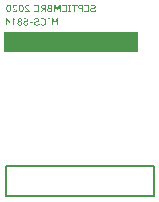
<source format=gbo>
G04 Layer_Color=32896*
%FSLAX24Y24*%
%MOIN*%
G70*
G01*
G75*
%ADD18C,0.0050*%
%ADD25R,0.4490X0.0700*%
G36*
X1634Y6250D02*
X1603D01*
Y6344D01*
X1559D01*
X1480Y6250D01*
X1439D01*
X1528Y6353D01*
X1520Y6356D01*
X1513Y6360D01*
X1507Y6365D01*
X1502Y6369D01*
X1498Y6373D01*
X1495Y6376D01*
X1493Y6378D01*
X1493Y6378D01*
Y6378D01*
X1488Y6385D01*
X1485Y6392D01*
X1483Y6400D01*
X1481Y6406D01*
X1480Y6412D01*
X1480Y6415D01*
Y6417D01*
X1480Y6419D01*
Y6420D01*
Y6421D01*
Y6421D01*
X1480Y6428D01*
X1481Y6434D01*
X1482Y6439D01*
X1483Y6444D01*
X1485Y6447D01*
X1486Y6450D01*
X1487Y6451D01*
X1487Y6452D01*
X1490Y6456D01*
X1493Y6460D01*
X1496Y6464D01*
X1500Y6467D01*
X1503Y6469D01*
X1505Y6471D01*
X1506Y6472D01*
X1507Y6472D01*
X1511Y6475D01*
X1516Y6477D01*
X1520Y6479D01*
X1524Y6480D01*
X1528Y6481D01*
X1530Y6482D01*
X1532Y6482D01*
X1533D01*
X1538Y6483D01*
X1544Y6484D01*
X1550Y6484D01*
X1556Y6485D01*
X1561Y6485D01*
X1634D01*
Y6250D01*
D02*
G37*
G36*
X1856D02*
X1773D01*
X1764Y6250D01*
X1756Y6251D01*
X1749Y6251D01*
X1743Y6252D01*
X1738Y6253D01*
X1735Y6254D01*
X1733Y6254D01*
X1732D01*
X1726Y6256D01*
X1721Y6258D01*
X1716Y6261D01*
X1711Y6263D01*
X1708Y6266D01*
X1705Y6267D01*
X1704Y6269D01*
X1703Y6269D01*
X1699Y6273D01*
X1695Y6276D01*
X1693Y6280D01*
X1690Y6283D01*
X1688Y6286D01*
X1686Y6289D01*
X1686Y6290D01*
X1685Y6291D01*
X1683Y6296D01*
X1681Y6302D01*
X1680Y6307D01*
X1679Y6312D01*
X1679Y6316D01*
X1678Y6319D01*
Y6321D01*
Y6322D01*
Y6322D01*
X1679Y6331D01*
X1681Y6339D01*
X1683Y6346D01*
X1685Y6352D01*
X1688Y6356D01*
X1690Y6360D01*
X1691Y6362D01*
X1692Y6362D01*
X1698Y6368D01*
X1704Y6373D01*
X1710Y6376D01*
X1716Y6379D01*
X1721Y6381D01*
X1726Y6382D01*
X1728Y6383D01*
X1729Y6383D01*
X1729Y6384D01*
X1730D01*
Y6385D01*
X1725Y6388D01*
X1720Y6391D01*
X1716Y6394D01*
X1713Y6397D01*
X1710Y6400D01*
X1709Y6402D01*
X1708Y6403D01*
X1707Y6404D01*
X1704Y6408D01*
X1702Y6413D01*
X1701Y6418D01*
X1699Y6423D01*
X1699Y6427D01*
X1698Y6429D01*
Y6432D01*
Y6432D01*
X1699Y6437D01*
X1699Y6443D01*
X1700Y6447D01*
X1701Y6451D01*
X1703Y6453D01*
X1704Y6456D01*
X1704Y6457D01*
X1705Y6457D01*
X1707Y6461D01*
X1710Y6465D01*
X1713Y6468D01*
X1716Y6471D01*
X1719Y6472D01*
X1721Y6474D01*
X1722Y6475D01*
X1723Y6475D01*
X1728Y6478D01*
X1732Y6479D01*
X1736Y6480D01*
X1740Y6482D01*
X1743Y6482D01*
X1746Y6483D01*
X1747Y6483D01*
X1748D01*
X1753Y6484D01*
X1759Y6484D01*
X1766Y6485D01*
X1772D01*
X1777Y6485D01*
X1856D01*
Y6250D01*
D02*
G37*
G36*
X620Y6490D02*
X627Y6489D01*
X633Y6488D01*
X638Y6488D01*
X643Y6487D01*
X647Y6486D01*
X648Y6486D01*
X649D01*
X650Y6485D01*
X650D01*
X657Y6483D01*
X662Y6482D01*
X668Y6480D01*
X672Y6478D01*
X675Y6477D01*
X677Y6476D01*
X679Y6475D01*
X680Y6475D01*
Y6442D01*
X678D01*
X672Y6445D01*
X666Y6448D01*
X661Y6451D01*
X656Y6453D01*
X652Y6455D01*
X649Y6456D01*
X646Y6457D01*
X646Y6457D01*
X640Y6459D01*
X634Y6460D01*
X629Y6461D01*
X624Y6462D01*
X620Y6462D01*
X617Y6463D01*
X614D01*
X607Y6462D01*
X600Y6461D01*
X594Y6459D01*
X590Y6457D01*
X586Y6455D01*
X583Y6454D01*
X582Y6452D01*
X581Y6452D01*
X577Y6448D01*
X574Y6443D01*
X571Y6439D01*
X570Y6434D01*
X569Y6430D01*
X569Y6427D01*
Y6424D01*
Y6424D01*
Y6424D01*
X569Y6416D01*
X570Y6409D01*
X572Y6403D01*
X574Y6397D01*
X576Y6393D01*
X578Y6389D01*
X579Y6388D01*
X579Y6387D01*
X580Y6387D01*
Y6386D01*
X582Y6383D01*
X585Y6379D01*
X591Y6372D01*
X598Y6364D01*
X605Y6356D01*
X611Y6350D01*
X614Y6347D01*
X617Y6344D01*
X618Y6342D01*
X620Y6341D01*
X621Y6340D01*
X621Y6340D01*
X632Y6329D01*
X638Y6325D01*
X642Y6320D01*
X646Y6317D01*
X650Y6314D01*
X652Y6312D01*
X652Y6312D01*
X653D01*
X659Y6306D01*
X665Y6301D01*
X670Y6296D01*
X675Y6292D01*
X679Y6288D01*
X682Y6286D01*
X685Y6284D01*
X685Y6283D01*
X685D01*
Y6250D01*
X527D01*
Y6277D01*
X653D01*
X641Y6287D01*
X636Y6292D01*
X630Y6297D01*
X626Y6300D01*
X622Y6303D01*
X620Y6305D01*
X620Y6306D01*
X619D01*
X613Y6312D01*
X606Y6317D01*
X601Y6323D01*
X595Y6328D01*
X591Y6332D01*
X587Y6335D01*
X585Y6337D01*
X585Y6338D01*
X580Y6342D01*
X577Y6346D01*
X573Y6350D01*
X570Y6353D01*
X568Y6355D01*
X566Y6357D01*
X565Y6358D01*
X565Y6359D01*
X559Y6366D01*
X556Y6369D01*
X554Y6372D01*
X553Y6374D01*
X551Y6376D01*
X550Y6378D01*
X550Y6378D01*
X546Y6386D01*
X544Y6390D01*
X543Y6393D01*
X542Y6396D01*
X541Y6398D01*
X540Y6400D01*
Y6400D01*
X538Y6409D01*
X537Y6413D01*
X537Y6417D01*
X537Y6420D01*
Y6423D01*
Y6424D01*
Y6425D01*
X537Y6431D01*
X537Y6436D01*
X538Y6440D01*
X540Y6445D01*
X543Y6453D01*
X547Y6460D01*
X549Y6463D01*
X551Y6465D01*
X553Y6467D01*
X554Y6469D01*
X555Y6471D01*
X557Y6472D01*
X557Y6472D01*
X557Y6472D01*
X561Y6475D01*
X566Y6478D01*
X575Y6483D01*
X584Y6486D01*
X593Y6488D01*
X597Y6488D01*
X601Y6489D01*
X605Y6490D01*
X608D01*
X610Y6490D01*
X614D01*
X620Y6490D01*
D02*
G37*
G36*
X776Y6040D02*
X782Y6040D01*
X793Y6038D01*
X798Y6037D01*
X803Y6035D01*
X807Y6033D01*
X811Y6032D01*
X814Y6030D01*
X817Y6029D01*
X820Y6027D01*
X822Y6026D01*
X824Y6025D01*
X825Y6023D01*
X825Y6023D01*
X826Y6023D01*
X830Y6019D01*
X833Y6016D01*
X836Y6012D01*
X838Y6008D01*
X840Y6005D01*
X842Y6001D01*
X845Y5994D01*
X846Y5988D01*
X847Y5985D01*
X847Y5983D01*
X847Y5981D01*
Y5979D01*
Y5979D01*
Y5978D01*
X847Y5972D01*
X846Y5966D01*
X844Y5961D01*
X843Y5957D01*
X842Y5953D01*
X840Y5951D01*
X839Y5949D01*
X839Y5949D01*
X835Y5944D01*
X830Y5940D01*
X825Y5936D01*
X821Y5933D01*
X817Y5930D01*
X813Y5928D01*
X812Y5927D01*
X811Y5927D01*
X811Y5926D01*
X810D01*
Y5925D01*
X817Y5922D01*
X824Y5918D01*
X830Y5913D01*
X834Y5909D01*
X838Y5906D01*
X840Y5903D01*
X842Y5901D01*
X842Y5900D01*
Y5900D01*
X846Y5894D01*
X849Y5888D01*
X851Y5882D01*
X852Y5876D01*
X853Y5872D01*
X853Y5868D01*
X854Y5867D01*
Y5866D01*
Y5865D01*
Y5865D01*
X853Y5859D01*
X852Y5854D01*
X851Y5849D01*
X850Y5844D01*
X846Y5835D01*
X842Y5828D01*
X840Y5825D01*
X838Y5822D01*
X836Y5820D01*
X835Y5818D01*
X833Y5816D01*
X832Y5815D01*
X831Y5815D01*
X831Y5814D01*
X827Y5811D01*
X822Y5808D01*
X817Y5805D01*
X812Y5803D01*
X802Y5799D01*
X792Y5797D01*
X788Y5796D01*
X783Y5796D01*
X780Y5795D01*
X776Y5795D01*
X774Y5795D01*
X770D01*
X764Y5795D01*
X757Y5795D01*
X746Y5798D01*
X740Y5799D01*
X736Y5801D01*
X731Y5803D01*
X727Y5805D01*
X723Y5807D01*
X720Y5808D01*
X717Y5810D01*
X715Y5811D01*
X713Y5813D01*
X712Y5814D01*
X711Y5814D01*
X710Y5815D01*
X706Y5819D01*
X702Y5823D01*
X699Y5827D01*
X697Y5831D01*
X694Y5835D01*
X692Y5840D01*
X689Y5848D01*
X688Y5855D01*
X687Y5858D01*
X687Y5860D01*
X686Y5862D01*
Y5864D01*
Y5865D01*
Y5865D01*
X687Y5873D01*
X688Y5880D01*
X690Y5886D01*
X692Y5891D01*
X695Y5895D01*
X697Y5898D01*
X698Y5900D01*
X698Y5901D01*
X703Y5906D01*
X709Y5910D01*
X714Y5914D01*
X720Y5918D01*
X724Y5920D01*
X728Y5922D01*
X730Y5923D01*
X731Y5924D01*
X732Y5924D01*
X732D01*
Y5925D01*
X725Y5928D01*
X719Y5932D01*
X714Y5936D01*
X710Y5940D01*
X707Y5944D01*
X705Y5946D01*
X703Y5948D01*
X703Y5949D01*
X700Y5955D01*
X697Y5961D01*
X695Y5966D01*
X694Y5971D01*
X693Y5975D01*
X693Y5978D01*
Y5980D01*
Y5981D01*
X693Y5985D01*
X693Y5990D01*
X694Y5994D01*
X696Y5998D01*
X699Y6006D01*
X703Y6012D01*
X707Y6017D01*
X710Y6021D01*
X712Y6022D01*
X713Y6023D01*
X713Y6023D01*
X714Y6023D01*
X718Y6026D01*
X722Y6029D01*
X732Y6033D01*
X741Y6037D01*
X750Y6038D01*
X754Y6039D01*
X758Y6040D01*
X761Y6040D01*
X764D01*
X767Y6041D01*
X770D01*
X776Y6040D01*
D02*
G37*
G36*
X1032Y6490D02*
X1038Y6489D01*
X1044Y6488D01*
X1050Y6488D01*
X1054Y6487D01*
X1058Y6486D01*
X1060Y6486D01*
X1061D01*
X1061Y6485D01*
X1061D01*
X1068Y6483D01*
X1074Y6482D01*
X1079Y6480D01*
X1083Y6478D01*
X1087Y6477D01*
X1089Y6476D01*
X1091Y6475D01*
X1091Y6475D01*
Y6442D01*
X1089D01*
X1084Y6445D01*
X1077Y6448D01*
X1072Y6451D01*
X1067Y6453D01*
X1063Y6455D01*
X1060Y6456D01*
X1058Y6457D01*
X1057Y6457D01*
X1051Y6459D01*
X1045Y6460D01*
X1040Y6461D01*
X1035Y6462D01*
X1031Y6462D01*
X1028Y6463D01*
X1026D01*
X1018Y6462D01*
X1012Y6461D01*
X1006Y6459D01*
X1001Y6457D01*
X997Y6455D01*
X994Y6454D01*
X993Y6452D01*
X992Y6452D01*
X988Y6448D01*
X985Y6443D01*
X983Y6439D01*
X981Y6434D01*
X981Y6430D01*
X980Y6427D01*
Y6424D01*
Y6424D01*
Y6424D01*
X980Y6416D01*
X982Y6409D01*
X984Y6403D01*
X985Y6397D01*
X988Y6393D01*
X989Y6389D01*
X990Y6388D01*
X991Y6387D01*
X991Y6387D01*
Y6386D01*
X993Y6383D01*
X996Y6379D01*
X1002Y6372D01*
X1009Y6364D01*
X1016Y6356D01*
X1022Y6350D01*
X1025Y6347D01*
X1028Y6344D01*
X1030Y6342D01*
X1031Y6341D01*
X1032Y6340D01*
X1033Y6340D01*
X1044Y6329D01*
X1049Y6325D01*
X1054Y6320D01*
X1058Y6317D01*
X1061Y6314D01*
X1063Y6312D01*
X1064Y6312D01*
X1064D01*
X1070Y6306D01*
X1076Y6301D01*
X1081Y6296D01*
X1087Y6292D01*
X1091Y6288D01*
X1094Y6286D01*
X1096Y6284D01*
X1096Y6283D01*
X1097D01*
Y6250D01*
X938D01*
Y6277D01*
X1064D01*
X1052Y6287D01*
X1047Y6292D01*
X1042Y6297D01*
X1037Y6300D01*
X1034Y6303D01*
X1032Y6305D01*
X1031Y6306D01*
X1031D01*
X1024Y6312D01*
X1018Y6317D01*
X1012Y6323D01*
X1006Y6328D01*
X1002Y6332D01*
X999Y6335D01*
X997Y6337D01*
X996Y6338D01*
X992Y6342D01*
X988Y6346D01*
X985Y6350D01*
X981Y6353D01*
X979Y6355D01*
X977Y6357D01*
X976Y6358D01*
X976Y6359D01*
X970Y6366D01*
X967Y6369D01*
X965Y6372D01*
X964Y6374D01*
X962Y6376D01*
X962Y6378D01*
X961Y6378D01*
X957Y6386D01*
X955Y6390D01*
X954Y6393D01*
X953Y6396D01*
X952Y6398D01*
X951Y6400D01*
Y6400D01*
X949Y6409D01*
X949Y6413D01*
X948Y6417D01*
X948Y6420D01*
Y6423D01*
Y6424D01*
Y6425D01*
X948Y6431D01*
X949Y6436D01*
X950Y6440D01*
X951Y6445D01*
X954Y6453D01*
X958Y6460D01*
X960Y6463D01*
X962Y6465D01*
X964Y6467D01*
X965Y6469D01*
X967Y6471D01*
X968Y6472D01*
X968Y6472D01*
X969Y6472D01*
X973Y6475D01*
X977Y6478D01*
X986Y6483D01*
X996Y6486D01*
X1004Y6488D01*
X1009Y6488D01*
X1013Y6489D01*
X1016Y6490D01*
X1019D01*
X1021Y6490D01*
X1025D01*
X1032Y6490D01*
D02*
G37*
G36*
X2333Y6250D02*
X2178D01*
Y6278D01*
X2302D01*
Y6365D01*
X2178D01*
Y6393D01*
X2302D01*
Y6457D01*
X2178D01*
Y6485D01*
X2333D01*
Y6250D01*
D02*
G37*
G36*
X2864D02*
X2832D01*
Y6338D01*
X2801D01*
X2792Y6338D01*
X2784Y6339D01*
X2777Y6340D01*
X2771Y6341D01*
X2766Y6342D01*
X2762Y6343D01*
X2760Y6343D01*
X2759Y6344D01*
X2753Y6346D01*
X2748Y6349D01*
X2743Y6352D01*
X2739Y6355D01*
X2735Y6358D01*
X2733Y6360D01*
X2731Y6361D01*
X2730Y6362D01*
X2727Y6365D01*
X2724Y6369D01*
X2721Y6373D01*
X2719Y6377D01*
X2717Y6380D01*
X2716Y6382D01*
X2715Y6384D01*
X2715Y6385D01*
X2713Y6390D01*
X2712Y6395D01*
X2711Y6400D01*
X2710Y6404D01*
X2710Y6408D01*
X2710Y6411D01*
Y6413D01*
Y6414D01*
X2710Y6421D01*
X2711Y6428D01*
X2712Y6434D01*
X2713Y6439D01*
X2715Y6443D01*
X2716Y6445D01*
X2717Y6447D01*
X2717Y6448D01*
X2720Y6452D01*
X2723Y6457D01*
X2727Y6461D01*
X2730Y6464D01*
X2733Y6467D01*
X2736Y6469D01*
X2737Y6470D01*
X2738Y6470D01*
X2742Y6473D01*
X2747Y6475D01*
X2751Y6477D01*
X2755Y6479D01*
X2759Y6480D01*
X2762Y6481D01*
X2763Y6482D01*
X2764D01*
X2770Y6483D01*
X2776Y6484D01*
X2782Y6484D01*
X2787Y6485D01*
X2793Y6485D01*
X2864D01*
Y6250D01*
D02*
G37*
G36*
X3068D02*
X2913D01*
Y6278D01*
X3037D01*
Y6365D01*
X2913D01*
Y6393D01*
X3037D01*
Y6457D01*
X2913D01*
Y6485D01*
X3068D01*
Y6250D01*
D02*
G37*
G36*
X2700Y6457D02*
X2616D01*
Y6250D01*
X2585D01*
Y6457D01*
X2501D01*
Y6485D01*
X2700D01*
Y6457D01*
D02*
G37*
G36*
X2128Y6250D02*
X2099D01*
Y6452D01*
X2034Y6315D01*
X2016D01*
X1950Y6452D01*
Y6250D01*
X1919D01*
Y6485D01*
X1963D01*
X2023Y6354D01*
X2086Y6485D01*
X2128D01*
Y6250D01*
D02*
G37*
G36*
X2479Y6461D02*
X2448D01*
Y6274D01*
X2479D01*
Y6250D01*
X2386D01*
Y6274D01*
X2417D01*
Y6461D01*
X2386D01*
Y6485D01*
X2479D01*
Y6461D01*
D02*
G37*
G36*
X1343Y6040D02*
X1350Y6039D01*
X1356Y6038D01*
X1362Y6037D01*
X1368Y6036D01*
X1373Y6034D01*
X1378Y6032D01*
X1382Y6030D01*
X1386Y6029D01*
X1390Y6027D01*
X1393Y6025D01*
X1395Y6024D01*
X1397Y6023D01*
X1398Y6022D01*
X1399Y6021D01*
X1400Y6021D01*
X1404Y6017D01*
X1408Y6013D01*
X1411Y6009D01*
X1414Y6005D01*
X1416Y6001D01*
X1418Y5997D01*
X1421Y5990D01*
X1423Y5983D01*
X1424Y5980D01*
X1424Y5977D01*
X1424Y5975D01*
Y5974D01*
Y5973D01*
Y5972D01*
X1424Y5963D01*
X1422Y5955D01*
X1420Y5947D01*
X1417Y5942D01*
X1414Y5937D01*
X1412Y5933D01*
X1410Y5931D01*
X1409Y5931D01*
Y5930D01*
X1406Y5927D01*
X1403Y5925D01*
X1396Y5920D01*
X1388Y5916D01*
X1381Y5913D01*
X1374Y5911D01*
X1371Y5910D01*
X1368Y5909D01*
X1366Y5908D01*
X1365Y5908D01*
X1364Y5908D01*
X1363D01*
X1357Y5907D01*
X1352Y5906D01*
X1347Y5904D01*
X1342Y5904D01*
X1339Y5903D01*
X1336Y5903D01*
X1334Y5902D01*
X1334D01*
X1329Y5902D01*
X1324Y5901D01*
X1319Y5900D01*
X1316Y5899D01*
X1313Y5898D01*
X1310Y5898D01*
X1309Y5897D01*
X1308D01*
X1303Y5895D01*
X1298Y5894D01*
X1294Y5892D01*
X1291Y5890D01*
X1288Y5888D01*
X1286Y5887D01*
X1285Y5886D01*
X1285Y5886D01*
X1282Y5883D01*
X1280Y5879D01*
X1279Y5875D01*
X1278Y5871D01*
X1277Y5868D01*
X1277Y5865D01*
Y5863D01*
Y5863D01*
Y5863D01*
Y5859D01*
X1278Y5856D01*
X1279Y5850D01*
X1282Y5846D01*
X1285Y5841D01*
X1288Y5838D01*
X1291Y5836D01*
X1293Y5834D01*
X1293Y5833D01*
X1293D01*
X1300Y5830D01*
X1307Y5827D01*
X1315Y5825D01*
X1322Y5824D01*
X1328Y5823D01*
X1331Y5823D01*
X1334D01*
X1335Y5823D01*
X1338D01*
X1346Y5823D01*
X1354Y5824D01*
X1361Y5825D01*
X1368Y5827D01*
X1374Y5828D01*
X1376Y5829D01*
X1378Y5829D01*
X1380Y5830D01*
X1381Y5830D01*
X1382Y5831D01*
X1382D01*
X1391Y5834D01*
X1399Y5837D01*
X1406Y5842D01*
X1412Y5845D01*
X1417Y5848D01*
X1420Y5851D01*
X1422Y5852D01*
X1423Y5853D01*
X1423Y5854D01*
X1426D01*
Y5814D01*
X1418Y5811D01*
X1410Y5808D01*
X1404Y5806D01*
X1397Y5804D01*
X1392Y5802D01*
X1388Y5801D01*
X1387Y5801D01*
X1385D01*
X1385Y5800D01*
X1385D01*
X1377Y5799D01*
X1369Y5798D01*
X1361Y5797D01*
X1354Y5796D01*
X1348Y5796D01*
X1345Y5796D01*
X1339D01*
X1330Y5796D01*
X1322Y5796D01*
X1315Y5797D01*
X1310Y5799D01*
X1305Y5799D01*
X1301Y5800D01*
X1299Y5801D01*
X1299Y5801D01*
X1298D01*
X1292Y5804D01*
X1287Y5806D01*
X1282Y5809D01*
X1277Y5811D01*
X1274Y5813D01*
X1271Y5815D01*
X1270Y5817D01*
X1269Y5817D01*
X1265Y5821D01*
X1261Y5824D01*
X1258Y5828D01*
X1256Y5832D01*
X1254Y5835D01*
X1252Y5837D01*
X1251Y5839D01*
X1251Y5840D01*
X1249Y5845D01*
X1247Y5849D01*
X1246Y5854D01*
X1245Y5858D01*
X1245Y5862D01*
X1244Y5865D01*
Y5866D01*
Y5867D01*
X1245Y5876D01*
X1247Y5884D01*
X1249Y5891D01*
X1251Y5896D01*
X1254Y5900D01*
X1256Y5904D01*
X1257Y5906D01*
X1258Y5906D01*
X1263Y5911D01*
X1270Y5916D01*
X1276Y5919D01*
X1282Y5922D01*
X1288Y5924D01*
X1291Y5925D01*
X1293Y5926D01*
X1295Y5927D01*
X1296Y5927D01*
X1297Y5927D01*
X1297D01*
X1302Y5928D01*
X1308Y5930D01*
X1313Y5931D01*
X1318Y5932D01*
X1323Y5933D01*
X1326Y5933D01*
X1327Y5934D01*
X1329Y5934D01*
X1329D01*
X1336Y5935D01*
X1342Y5936D01*
X1346Y5937D01*
X1350Y5938D01*
X1354Y5939D01*
X1356Y5939D01*
X1357Y5939D01*
X1358D01*
X1364Y5941D01*
X1370Y5943D01*
X1375Y5945D01*
X1378Y5947D01*
X1381Y5949D01*
X1383Y5951D01*
X1384Y5952D01*
X1385Y5952D01*
X1387Y5955D01*
X1389Y5959D01*
X1390Y5963D01*
X1391Y5967D01*
X1392Y5970D01*
X1392Y5973D01*
Y5975D01*
Y5975D01*
X1391Y5981D01*
X1390Y5987D01*
X1387Y5991D01*
X1384Y5995D01*
X1382Y5998D01*
X1379Y6001D01*
X1378Y6002D01*
X1377Y6002D01*
X1371Y6006D01*
X1364Y6009D01*
X1357Y6010D01*
X1351Y6011D01*
X1345Y6013D01*
X1343D01*
X1341Y6013D01*
X1337D01*
X1328Y6013D01*
X1320Y6012D01*
X1312Y6010D01*
X1306Y6009D01*
X1300Y6008D01*
X1298Y6007D01*
X1295Y6006D01*
X1294Y6006D01*
X1293Y6006D01*
X1292Y6005D01*
X1292D01*
X1284Y6002D01*
X1277Y5999D01*
X1271Y5996D01*
X1266Y5993D01*
X1262Y5990D01*
X1259Y5988D01*
X1257Y5987D01*
X1256Y5986D01*
X1254D01*
Y6023D01*
X1260Y6026D01*
X1266Y6028D01*
X1273Y6030D01*
X1278Y6032D01*
X1283Y6033D01*
X1287Y6034D01*
X1289Y6034D01*
X1290D01*
X1290Y6035D01*
X1291D01*
X1299Y6037D01*
X1307Y6038D01*
X1314Y6039D01*
X1321Y6039D01*
X1327Y6040D01*
X1330Y6040D01*
X1336D01*
X1343Y6040D01*
D02*
G37*
G36*
X822Y6490D02*
X828Y6488D01*
X835Y6487D01*
X841Y6485D01*
X847Y6483D01*
X852Y6480D01*
X856Y6478D01*
X860Y6475D01*
X864Y6472D01*
X867Y6469D01*
X870Y6467D01*
X872Y6464D01*
X873Y6463D01*
X874Y6461D01*
X875Y6460D01*
X875Y6460D01*
X879Y6454D01*
X882Y6447D01*
X884Y6440D01*
X887Y6433D01*
X890Y6417D01*
X892Y6402D01*
X893Y6395D01*
X894Y6389D01*
X894Y6382D01*
X895Y6377D01*
X895Y6373D01*
Y6370D01*
Y6368D01*
Y6368D01*
Y6367D01*
X895Y6356D01*
X894Y6345D01*
X893Y6336D01*
X892Y6326D01*
X891Y6318D01*
X889Y6311D01*
X887Y6304D01*
X885Y6298D01*
X884Y6293D01*
X882Y6288D01*
X880Y6284D01*
X879Y6281D01*
X878Y6278D01*
X876Y6277D01*
X876Y6275D01*
X876Y6275D01*
X872Y6270D01*
X867Y6265D01*
X863Y6261D01*
X858Y6258D01*
X853Y6255D01*
X847Y6253D01*
X842Y6251D01*
X838Y6249D01*
X833Y6248D01*
X828Y6247D01*
X824Y6246D01*
X821Y6246D01*
X818D01*
X816Y6245D01*
X814D01*
X806Y6246D01*
X799Y6247D01*
X793Y6248D01*
X787Y6250D01*
X781Y6252D01*
X776Y6255D01*
X771Y6257D01*
X767Y6260D01*
X764Y6263D01*
X761Y6265D01*
X758Y6268D01*
X756Y6270D01*
X755Y6272D01*
X753Y6274D01*
X753Y6274D01*
X752Y6275D01*
X749Y6281D01*
X746Y6287D01*
X743Y6294D01*
X741Y6302D01*
X737Y6317D01*
X735Y6332D01*
X734Y6339D01*
X733Y6346D01*
X733Y6352D01*
X733Y6357D01*
X732Y6361D01*
Y6365D01*
Y6367D01*
Y6368D01*
X733Y6379D01*
X733Y6389D01*
X734Y6399D01*
X735Y6408D01*
X737Y6416D01*
X739Y6424D01*
X740Y6431D01*
X742Y6436D01*
X744Y6442D01*
X746Y6447D01*
X747Y6451D01*
X749Y6453D01*
X750Y6456D01*
X751Y6458D01*
X752Y6459D01*
X752Y6459D01*
X756Y6465D01*
X760Y6469D01*
X765Y6474D01*
X770Y6477D01*
X775Y6480D01*
X780Y6483D01*
X785Y6484D01*
X790Y6486D01*
X795Y6487D01*
X799Y6488D01*
X803Y6489D01*
X807Y6490D01*
X810D01*
X812Y6490D01*
X814D01*
X822Y6490D01*
D02*
G37*
G36*
X1202Y5889D02*
X1103D01*
Y5917D01*
X1202D01*
Y5889D01*
D02*
G37*
G36*
X2050Y5800D02*
X2021D01*
Y6002D01*
X1956Y5865D01*
X1938D01*
X1872Y6002D01*
Y5800D01*
X1841D01*
Y6035D01*
X1884D01*
X1945Y5904D01*
X2008Y6035D01*
X2050D01*
Y5800D01*
D02*
G37*
G36*
X953Y6040D02*
X962Y6038D01*
X971Y6037D01*
X978Y6035D01*
X982Y6034D01*
X985Y6033D01*
X987Y6032D01*
X989Y6031D01*
X991Y6031D01*
X992Y6030D01*
X993Y6030D01*
X993D01*
X1001Y6026D01*
X1008Y6021D01*
X1014Y6016D01*
X1019Y6012D01*
X1024Y6008D01*
X1026Y6005D01*
X1028Y6002D01*
X1029Y6002D01*
Y6002D01*
X1034Y5994D01*
X1038Y5987D01*
X1042Y5980D01*
X1045Y5973D01*
X1048Y5967D01*
X1049Y5965D01*
X1049Y5963D01*
X1050Y5961D01*
X1050Y5960D01*
X1050Y5959D01*
Y5959D01*
X1053Y5950D01*
X1054Y5940D01*
X1056Y5931D01*
X1056Y5922D01*
Y5918D01*
X1057Y5915D01*
Y5911D01*
X1057Y5909D01*
Y5906D01*
Y5905D01*
Y5904D01*
Y5903D01*
X1057Y5892D01*
X1056Y5882D01*
X1055Y5874D01*
X1053Y5866D01*
X1053Y5862D01*
X1052Y5859D01*
X1052Y5857D01*
X1051Y5855D01*
X1050Y5853D01*
X1050Y5852D01*
X1050Y5851D01*
Y5851D01*
X1047Y5843D01*
X1044Y5836D01*
X1040Y5831D01*
X1037Y5825D01*
X1034Y5822D01*
X1031Y5819D01*
X1030Y5817D01*
X1029Y5816D01*
X1025Y5813D01*
X1021Y5809D01*
X1016Y5807D01*
X1012Y5804D01*
X1009Y5803D01*
X1006Y5801D01*
X1005Y5801D01*
X1004Y5800D01*
X998Y5799D01*
X993Y5797D01*
X987Y5796D01*
X983Y5796D01*
X978Y5796D01*
X975Y5795D01*
X972D01*
X966Y5796D01*
X960Y5796D01*
X954Y5797D01*
X949Y5799D01*
X943Y5800D01*
X939Y5803D01*
X934Y5804D01*
X930Y5807D01*
X926Y5809D01*
X923Y5811D01*
X921Y5813D01*
X918Y5814D01*
X917Y5816D01*
X915Y5817D01*
X914Y5817D01*
X914Y5818D01*
X910Y5822D01*
X906Y5827D01*
X903Y5832D01*
X900Y5836D01*
X898Y5842D01*
X896Y5846D01*
X893Y5855D01*
X892Y5860D01*
X891Y5864D01*
X891Y5867D01*
X891Y5870D01*
X890Y5873D01*
Y5875D01*
Y5876D01*
Y5876D01*
X891Y5884D01*
X891Y5891D01*
X892Y5897D01*
X894Y5902D01*
X895Y5906D01*
X896Y5909D01*
X897Y5911D01*
X898Y5912D01*
X900Y5917D01*
X904Y5922D01*
X907Y5926D01*
X911Y5930D01*
X914Y5932D01*
X916Y5934D01*
X918Y5936D01*
X918Y5936D01*
X923Y5939D01*
X927Y5942D01*
X931Y5943D01*
X935Y5945D01*
X938Y5946D01*
X940Y5947D01*
X942Y5947D01*
X942D01*
X946Y5949D01*
X951Y5949D01*
X955Y5950D01*
X959Y5950D01*
X963Y5950D01*
X975D01*
X980Y5950D01*
X985Y5949D01*
X990Y5948D01*
X993Y5947D01*
X996Y5947D01*
X998Y5946D01*
X998Y5946D01*
X1003Y5944D01*
X1008Y5942D01*
X1012Y5940D01*
X1016Y5938D01*
X1020Y5936D01*
X1022Y5935D01*
X1024Y5934D01*
X1024Y5934D01*
X1024Y5940D01*
X1022Y5947D01*
X1021Y5953D01*
X1019Y5958D01*
X1017Y5963D01*
X1016Y5968D01*
X1013Y5972D01*
X1012Y5976D01*
X1009Y5979D01*
X1007Y5982D01*
X1006Y5985D01*
X1004Y5987D01*
X1003Y5989D01*
X1002Y5990D01*
X1001Y5991D01*
X1001Y5991D01*
X997Y5995D01*
X993Y5998D01*
X988Y6001D01*
X984Y6003D01*
X979Y6006D01*
X975Y6007D01*
X966Y6010D01*
X962Y6011D01*
X958Y6011D01*
X955Y6012D01*
X952Y6012D01*
X950Y6013D01*
X947D01*
X940Y6012D01*
X937Y6012D01*
X934Y6011D01*
X932Y6011D01*
X930Y6011D01*
X929Y6010D01*
X929D01*
X925Y6010D01*
X923Y6009D01*
X920Y6008D01*
X918Y6007D01*
X917Y6007D01*
X916Y6006D01*
X915Y6006D01*
X913D01*
Y6036D01*
X918Y6037D01*
X922Y6038D01*
X924Y6038D01*
X925Y6039D01*
X926D01*
X931Y6040D01*
X937Y6040D01*
X942D01*
X953Y6040D01*
D02*
G37*
G36*
X410Y6490D02*
X417Y6488D01*
X424Y6487D01*
X430Y6485D01*
X435Y6483D01*
X440Y6480D01*
X445Y6478D01*
X449Y6475D01*
X452Y6472D01*
X456Y6469D01*
X458Y6467D01*
X460Y6464D01*
X462Y6463D01*
X463Y6461D01*
X464Y6460D01*
X464Y6460D01*
X467Y6454D01*
X471Y6447D01*
X473Y6440D01*
X475Y6433D01*
X479Y6417D01*
X481Y6402D01*
X482Y6395D01*
X483Y6389D01*
X483Y6382D01*
X483Y6377D01*
X484Y6373D01*
Y6370D01*
Y6368D01*
Y6368D01*
Y6367D01*
X483Y6356D01*
X483Y6345D01*
X482Y6336D01*
X481Y6326D01*
X479Y6318D01*
X478Y6311D01*
X476Y6304D01*
X474Y6298D01*
X472Y6293D01*
X471Y6288D01*
X469Y6284D01*
X467Y6281D01*
X466Y6278D01*
X465Y6277D01*
X465Y6275D01*
X464Y6275D01*
X460Y6270D01*
X456Y6265D01*
X451Y6261D01*
X447Y6258D01*
X442Y6255D01*
X436Y6253D01*
X431Y6251D01*
X426Y6249D01*
X421Y6248D01*
X417Y6247D01*
X413Y6246D01*
X409Y6246D01*
X407D01*
X404Y6245D01*
X403D01*
X395Y6246D01*
X388Y6247D01*
X381Y6248D01*
X375Y6250D01*
X370Y6252D01*
X365Y6255D01*
X360Y6257D01*
X356Y6260D01*
X353Y6263D01*
X349Y6265D01*
X347Y6268D01*
X345Y6270D01*
X343Y6272D01*
X342Y6274D01*
X341Y6274D01*
X341Y6275D01*
X337Y6281D01*
X334Y6287D01*
X332Y6294D01*
X329Y6302D01*
X326Y6317D01*
X324Y6332D01*
X323Y6339D01*
X322Y6346D01*
X322Y6352D01*
X321Y6357D01*
X321Y6361D01*
Y6365D01*
Y6367D01*
Y6368D01*
X321Y6379D01*
X322Y6389D01*
X323Y6399D01*
X324Y6408D01*
X325Y6416D01*
X327Y6424D01*
X329Y6431D01*
X331Y6436D01*
X333Y6442D01*
X334Y6447D01*
X336Y6451D01*
X338Y6453D01*
X339Y6456D01*
X340Y6458D01*
X340Y6459D01*
X341Y6459D01*
X345Y6465D01*
X349Y6469D01*
X354Y6474D01*
X359Y6477D01*
X364Y6480D01*
X369Y6483D01*
X374Y6484D01*
X379Y6486D01*
X384Y6487D01*
X388Y6488D01*
X392Y6489D01*
X396Y6490D01*
X399D01*
X401Y6490D01*
X403D01*
X410Y6490D01*
D02*
G37*
G36*
X1549Y6040D02*
X1558Y6038D01*
X1566Y6037D01*
X1573Y6036D01*
X1579Y6034D01*
X1581Y6033D01*
X1583Y6033D01*
X1585Y6032D01*
X1586Y6032D01*
X1587Y6032D01*
X1587D01*
X1595Y6028D01*
X1602Y6025D01*
X1608Y6021D01*
X1613Y6017D01*
X1617Y6013D01*
X1620Y6011D01*
X1622Y6009D01*
X1623Y6008D01*
X1628Y6002D01*
X1633Y5995D01*
X1637Y5989D01*
X1640Y5983D01*
X1643Y5977D01*
X1645Y5973D01*
X1646Y5971D01*
X1646Y5970D01*
X1647Y5970D01*
Y5969D01*
X1649Y5961D01*
X1651Y5951D01*
X1653Y5943D01*
X1654Y5935D01*
X1654Y5931D01*
X1654Y5928D01*
Y5925D01*
X1655Y5922D01*
Y5920D01*
Y5919D01*
Y5918D01*
Y5917D01*
X1654Y5906D01*
X1653Y5896D01*
X1652Y5887D01*
X1650Y5879D01*
X1650Y5875D01*
X1649Y5872D01*
X1648Y5870D01*
X1648Y5867D01*
X1647Y5866D01*
X1647Y5864D01*
X1646Y5864D01*
Y5863D01*
X1643Y5855D01*
X1639Y5848D01*
X1635Y5841D01*
X1631Y5836D01*
X1628Y5831D01*
X1625Y5828D01*
X1623Y5826D01*
X1623Y5825D01*
X1616Y5820D01*
X1610Y5815D01*
X1604Y5811D01*
X1599Y5808D01*
X1594Y5806D01*
X1590Y5804D01*
X1588Y5803D01*
X1587Y5803D01*
X1587Y5803D01*
X1586D01*
X1578Y5800D01*
X1570Y5799D01*
X1562Y5797D01*
X1555Y5796D01*
X1549Y5796D01*
X1546D01*
X1544Y5796D01*
X1535D01*
X1530Y5796D01*
X1526Y5796D01*
X1522Y5797D01*
X1519Y5797D01*
X1517Y5797D01*
X1515Y5798D01*
X1515D01*
X1507Y5800D01*
X1503Y5800D01*
X1500Y5801D01*
X1497Y5802D01*
X1496Y5802D01*
X1494Y5803D01*
X1494D01*
X1490Y5804D01*
X1486Y5805D01*
X1483Y5806D01*
X1480Y5807D01*
X1479Y5808D01*
X1477Y5809D01*
X1476Y5809D01*
X1476D01*
X1470Y5812D01*
X1465Y5815D01*
X1463Y5815D01*
X1461Y5816D01*
X1460Y5817D01*
X1460D01*
Y5854D01*
X1462D01*
X1469Y5848D01*
X1475Y5843D01*
X1481Y5839D01*
X1487Y5836D01*
X1492Y5833D01*
X1496Y5832D01*
X1497Y5831D01*
X1499Y5831D01*
X1499Y5830D01*
X1499D01*
X1507Y5828D01*
X1514Y5826D01*
X1521Y5824D01*
X1528Y5824D01*
X1533Y5823D01*
X1536D01*
X1537Y5823D01*
X1541D01*
X1548Y5823D01*
X1553Y5823D01*
X1559Y5824D01*
X1563Y5825D01*
X1567Y5826D01*
X1570Y5827D01*
X1572Y5828D01*
X1573Y5828D01*
X1578Y5830D01*
X1583Y5833D01*
X1587Y5836D01*
X1591Y5839D01*
X1594Y5842D01*
X1596Y5844D01*
X1598Y5845D01*
X1598Y5846D01*
X1602Y5850D01*
X1606Y5855D01*
X1608Y5859D01*
X1611Y5864D01*
X1613Y5868D01*
X1615Y5871D01*
X1615Y5874D01*
X1616Y5874D01*
Y5874D01*
X1618Y5881D01*
X1619Y5889D01*
X1621Y5896D01*
X1622Y5903D01*
X1622Y5908D01*
Y5911D01*
X1622Y5913D01*
Y5915D01*
Y5916D01*
Y5917D01*
Y5917D01*
X1622Y5926D01*
X1621Y5934D01*
X1620Y5941D01*
X1619Y5947D01*
X1618Y5952D01*
X1617Y5956D01*
X1617Y5957D01*
Y5958D01*
X1616Y5959D01*
Y5959D01*
X1614Y5966D01*
X1611Y5971D01*
X1608Y5977D01*
X1606Y5981D01*
X1603Y5984D01*
X1601Y5987D01*
X1600Y5989D01*
X1599Y5989D01*
X1595Y5993D01*
X1591Y5997D01*
X1586Y6000D01*
X1582Y6003D01*
X1579Y6005D01*
X1576Y6006D01*
X1575Y6007D01*
X1574Y6007D01*
X1568Y6009D01*
X1563Y6010D01*
X1558Y6011D01*
X1552Y6012D01*
X1548Y6013D01*
X1545Y6013D01*
X1542D01*
X1534Y6013D01*
X1526Y6012D01*
X1519Y6010D01*
X1513Y6009D01*
X1508Y6008D01*
X1504Y6006D01*
X1503Y6006D01*
X1501Y6006D01*
X1501Y6005D01*
X1501D01*
X1493Y6002D01*
X1487Y5999D01*
X1480Y5995D01*
X1474Y5991D01*
X1469Y5987D01*
X1465Y5985D01*
X1464Y5983D01*
X1463Y5983D01*
X1462Y5982D01*
X1462Y5982D01*
X1460D01*
Y6019D01*
X1468Y6023D01*
X1476Y6026D01*
X1483Y6029D01*
X1489Y6032D01*
X1495Y6033D01*
X1499Y6034D01*
X1500Y6035D01*
X1501D01*
X1501Y6035D01*
X1502D01*
X1509Y6037D01*
X1516Y6038D01*
X1522Y6039D01*
X1528Y6039D01*
X1533Y6040D01*
X1536Y6040D01*
X1540D01*
X1549Y6040D01*
D02*
G37*
G36*
X569Y6033D02*
X570Y6029D01*
X570Y6026D01*
X571Y6024D01*
X572Y6022D01*
X573Y6021D01*
X573Y6020D01*
X574Y6019D01*
X577Y6015D01*
X581Y6013D01*
X582Y6011D01*
X584Y6010D01*
X585Y6010D01*
X585Y6010D01*
X587Y6009D01*
X590Y6008D01*
X596Y6006D01*
X598Y6006D01*
X601Y6005D01*
X602Y6005D01*
X602D01*
X610Y6004D01*
X614Y6004D01*
X617D01*
X620Y6003D01*
X623D01*
Y5982D01*
X574D01*
Y5824D01*
X623D01*
Y5800D01*
X496D01*
Y5824D01*
X544D01*
Y6036D01*
X569D01*
X569Y6033D01*
D02*
G37*
G36*
X449Y5902D02*
Y5866D01*
X337D01*
Y5800D01*
X306D01*
Y5866D01*
X271D01*
Y5891D01*
X306D01*
Y6035D01*
X336D01*
X449Y5902D01*
D02*
G37*
G36*
X1788Y6011D02*
X1757D01*
Y5824D01*
X1788D01*
Y5800D01*
X1694D01*
Y5824D01*
X1725D01*
Y6011D01*
X1694D01*
Y6035D01*
X1788D01*
Y6011D01*
D02*
G37*
G36*
X3217Y6490D02*
X3224Y6489D01*
X3230Y6488D01*
X3236Y6487D01*
X3242Y6486D01*
X3247Y6484D01*
X3252Y6482D01*
X3256Y6480D01*
X3260Y6479D01*
X3264Y6477D01*
X3267Y6475D01*
X3269Y6474D01*
X3271Y6473D01*
X3273Y6472D01*
X3273Y6471D01*
X3274Y6471D01*
X3278Y6467D01*
X3282Y6463D01*
X3285Y6459D01*
X3288Y6455D01*
X3291Y6451D01*
X3292Y6447D01*
X3295Y6440D01*
X3297Y6433D01*
X3298Y6430D01*
X3298Y6427D01*
X3299Y6425D01*
Y6424D01*
Y6423D01*
Y6422D01*
X3298Y6413D01*
X3296Y6405D01*
X3294Y6397D01*
X3291Y6392D01*
X3288Y6387D01*
X3286Y6383D01*
X3284Y6381D01*
X3284Y6381D01*
Y6380D01*
X3281Y6377D01*
X3277Y6375D01*
X3270Y6370D01*
X3263Y6366D01*
X3255Y6363D01*
X3248Y6361D01*
X3245Y6360D01*
X3242Y6359D01*
X3240Y6358D01*
X3239Y6358D01*
X3238Y6358D01*
X3237D01*
X3232Y6357D01*
X3226Y6356D01*
X3221Y6354D01*
X3217Y6354D01*
X3213Y6353D01*
X3210Y6353D01*
X3209Y6352D01*
X3208D01*
X3203Y6352D01*
X3198Y6351D01*
X3194Y6350D01*
X3190Y6349D01*
X3187Y6348D01*
X3185Y6348D01*
X3183Y6347D01*
X3182D01*
X3177Y6345D01*
X3172Y6344D01*
X3168Y6342D01*
X3165Y6340D01*
X3162Y6338D01*
X3161Y6337D01*
X3160Y6336D01*
X3159Y6336D01*
X3157Y6333D01*
X3154Y6329D01*
X3153Y6325D01*
X3152Y6321D01*
X3151Y6318D01*
X3151Y6315D01*
Y6313D01*
Y6313D01*
Y6313D01*
Y6309D01*
X3152Y6306D01*
X3154Y6300D01*
X3156Y6295D01*
X3159Y6291D01*
X3162Y6288D01*
X3165Y6286D01*
X3167Y6284D01*
X3167Y6283D01*
X3167D01*
X3174Y6280D01*
X3181Y6277D01*
X3189Y6275D01*
X3196Y6274D01*
X3202Y6273D01*
X3205Y6273D01*
X3208D01*
X3210Y6273D01*
X3213D01*
X3221Y6273D01*
X3228Y6274D01*
X3236Y6275D01*
X3242Y6277D01*
X3248Y6278D01*
X3250Y6279D01*
X3253Y6279D01*
X3255Y6280D01*
X3256Y6280D01*
X3256Y6281D01*
X3257D01*
X3265Y6284D01*
X3273Y6287D01*
X3280Y6291D01*
X3286Y6295D01*
X3291Y6298D01*
X3295Y6301D01*
X3296Y6302D01*
X3297Y6303D01*
X3297Y6304D01*
X3300D01*
Y6264D01*
X3292Y6261D01*
X3285Y6258D01*
X3278Y6256D01*
X3272Y6254D01*
X3267Y6252D01*
X3263Y6251D01*
X3261Y6251D01*
X3260D01*
X3259Y6250D01*
X3259D01*
X3251Y6249D01*
X3243Y6248D01*
X3235Y6247D01*
X3228Y6246D01*
X3222Y6246D01*
X3220Y6246D01*
X3213D01*
X3205Y6246D01*
X3197Y6246D01*
X3190Y6247D01*
X3184Y6249D01*
X3179Y6249D01*
X3176Y6250D01*
X3173Y6251D01*
X3173Y6251D01*
X3173D01*
X3166Y6254D01*
X3161Y6256D01*
X3156Y6259D01*
X3151Y6261D01*
X3148Y6263D01*
X3145Y6265D01*
X3144Y6267D01*
X3143Y6267D01*
X3139Y6271D01*
X3135Y6274D01*
X3133Y6278D01*
X3130Y6282D01*
X3128Y6285D01*
X3126Y6287D01*
X3126Y6289D01*
X3125Y6290D01*
X3123Y6295D01*
X3122Y6299D01*
X3120Y6304D01*
X3119Y6308D01*
X3119Y6312D01*
X3119Y6315D01*
Y6316D01*
Y6317D01*
X3119Y6326D01*
X3121Y6334D01*
X3123Y6341D01*
X3125Y6346D01*
X3128Y6350D01*
X3130Y6354D01*
X3131Y6356D01*
X3132Y6356D01*
X3138Y6361D01*
X3144Y6366D01*
X3150Y6369D01*
X3157Y6372D01*
X3162Y6374D01*
X3165Y6375D01*
X3167Y6376D01*
X3169Y6377D01*
X3170Y6377D01*
X3171Y6377D01*
X3172D01*
X3177Y6378D01*
X3182Y6380D01*
X3188Y6381D01*
X3192Y6382D01*
X3197Y6383D01*
X3200Y6383D01*
X3202Y6384D01*
X3203Y6384D01*
X3204D01*
X3210Y6385D01*
X3216Y6386D01*
X3221Y6387D01*
X3225Y6388D01*
X3228Y6389D01*
X3230Y6389D01*
X3232Y6389D01*
X3232D01*
X3238Y6391D01*
X3244Y6393D01*
X3249Y6395D01*
X3253Y6397D01*
X3256Y6399D01*
X3257Y6401D01*
X3259Y6402D01*
X3259Y6402D01*
X3261Y6405D01*
X3263Y6409D01*
X3264Y6413D01*
X3265Y6417D01*
X3266Y6420D01*
X3266Y6423D01*
Y6425D01*
Y6425D01*
X3265Y6431D01*
X3264Y6437D01*
X3261Y6441D01*
X3259Y6445D01*
X3256Y6448D01*
X3253Y6451D01*
X3252Y6452D01*
X3251Y6452D01*
X3245Y6456D01*
X3238Y6459D01*
X3232Y6460D01*
X3225Y6461D01*
X3220Y6463D01*
X3217D01*
X3215Y6463D01*
X3211D01*
X3202Y6463D01*
X3194Y6462D01*
X3186Y6460D01*
X3180Y6459D01*
X3174Y6458D01*
X3172Y6457D01*
X3170Y6456D01*
X3168Y6456D01*
X3167Y6456D01*
X3166Y6455D01*
X3166D01*
X3158Y6452D01*
X3151Y6449D01*
X3145Y6446D01*
X3140Y6443D01*
X3136Y6440D01*
X3133Y6438D01*
X3131Y6437D01*
X3131Y6436D01*
X3128D01*
Y6473D01*
X3134Y6476D01*
X3141Y6478D01*
X3147Y6480D01*
X3153Y6482D01*
X3158Y6483D01*
X3161Y6484D01*
X3163Y6484D01*
X3164D01*
X3165Y6485D01*
X3165D01*
X3173Y6487D01*
X3181Y6488D01*
X3189Y6489D01*
X3196Y6489D01*
X3201Y6490D01*
X3204Y6490D01*
X3210D01*
X3217Y6490D01*
D02*
G37*
G36*
X1409Y6250D02*
X1254D01*
Y6278D01*
X1378D01*
Y6365D01*
X1254D01*
Y6393D01*
X1378D01*
Y6457D01*
X1254D01*
Y6485D01*
X1409D01*
Y6250D01*
D02*
G37*
%LPC*%
G36*
X791Y5918D02*
X785Y5916D01*
X781Y5915D01*
X776Y5913D01*
X773Y5912D01*
X771Y5911D01*
X768Y5910D01*
X767Y5910D01*
X767D01*
X760Y5907D01*
X758Y5906D01*
X755Y5906D01*
X753Y5904D01*
X752Y5904D01*
X751Y5903D01*
X751D01*
X744Y5900D01*
X739Y5897D01*
X734Y5894D01*
X731Y5891D01*
X728Y5889D01*
X727Y5887D01*
X726Y5886D01*
X725Y5886D01*
X723Y5882D01*
X722Y5878D01*
X720Y5874D01*
X720Y5871D01*
X719Y5867D01*
X719Y5865D01*
Y5863D01*
Y5862D01*
X720Y5855D01*
X721Y5849D01*
X723Y5843D01*
X726Y5839D01*
X728Y5835D01*
X730Y5832D01*
X732Y5831D01*
X733Y5830D01*
X738Y5826D01*
X744Y5823D01*
X751Y5821D01*
X756Y5820D01*
X762Y5819D01*
X766Y5819D01*
X768Y5818D01*
X770D01*
X778Y5819D01*
X785Y5820D01*
X791Y5823D01*
X797Y5825D01*
X801Y5828D01*
X804Y5830D01*
X806Y5831D01*
X807Y5832D01*
X812Y5837D01*
X815Y5843D01*
X818Y5849D01*
X820Y5855D01*
X821Y5860D01*
X821Y5863D01*
X821Y5865D01*
Y5866D01*
Y5867D01*
Y5867D01*
X821Y5873D01*
X820Y5879D01*
X819Y5884D01*
X817Y5888D01*
X816Y5892D01*
X815Y5895D01*
X813Y5896D01*
X813Y5897D01*
X809Y5902D01*
X806Y5906D01*
X802Y5910D01*
X799Y5912D01*
X795Y5915D01*
X793Y5916D01*
X791Y5918D01*
X791Y5918D01*
D02*
G37*
G36*
X1824Y6458D02*
X1777D01*
X1772Y6458D01*
X1768D01*
X1765Y6457D01*
X1763D01*
X1761Y6457D01*
X1761D01*
X1757Y6457D01*
X1754Y6456D01*
X1750Y6455D01*
X1748Y6454D01*
X1746Y6453D01*
X1744Y6452D01*
X1743Y6452D01*
X1743Y6452D01*
X1739Y6449D01*
X1736Y6445D01*
X1734Y6443D01*
X1734Y6443D01*
Y6442D01*
X1732Y6437D01*
X1731Y6433D01*
X1731Y6431D01*
Y6429D01*
Y6428D01*
Y6428D01*
X1731Y6421D01*
X1732Y6418D01*
X1732Y6415D01*
X1733Y6413D01*
X1734Y6412D01*
X1734Y6411D01*
Y6410D01*
X1736Y6408D01*
X1737Y6405D01*
X1740Y6401D01*
X1742Y6400D01*
X1744Y6399D01*
X1744Y6399D01*
X1745Y6398D01*
X1750Y6395D01*
X1755Y6393D01*
X1757Y6393D01*
X1759Y6392D01*
X1760Y6392D01*
X1761D01*
X1764Y6392D01*
X1768Y6391D01*
X1772Y6391D01*
X1776D01*
X1779Y6391D01*
X1824D01*
Y6458D01*
D02*
G37*
G36*
X981Y5924D02*
X976D01*
X969Y5924D01*
X966Y5923D01*
X963D01*
X961Y5923D01*
X959Y5923D01*
X958Y5922D01*
X957D01*
X951Y5921D01*
X948Y5920D01*
X946Y5919D01*
X944Y5918D01*
X942Y5916D01*
X942Y5916D01*
X941Y5916D01*
X938Y5913D01*
X935Y5910D01*
X932Y5907D01*
X930Y5905D01*
X929Y5903D01*
X927Y5901D01*
X927Y5899D01*
X927Y5899D01*
X925Y5895D01*
X924Y5891D01*
X923Y5887D01*
X923Y5883D01*
Y5880D01*
X922Y5878D01*
Y5876D01*
Y5875D01*
X923Y5866D01*
X925Y5858D01*
X927Y5851D01*
X929Y5846D01*
X931Y5841D01*
X934Y5838D01*
X935Y5836D01*
X936Y5835D01*
X941Y5831D01*
X947Y5827D01*
X953Y5825D01*
X959Y5823D01*
X964Y5822D01*
X968Y5822D01*
X970Y5821D01*
X972D01*
X979Y5822D01*
X982Y5823D01*
X985Y5823D01*
X987Y5824D01*
X989Y5824D01*
X990Y5824D01*
X990D01*
X996Y5827D01*
X999Y5829D01*
X1001Y5831D01*
X1003Y5832D01*
X1004Y5833D01*
X1005Y5834D01*
X1006Y5835D01*
X1009Y5838D01*
X1012Y5842D01*
X1014Y5846D01*
X1016Y5849D01*
X1018Y5852D01*
X1019Y5855D01*
X1020Y5856D01*
X1020Y5857D01*
X1022Y5863D01*
X1023Y5870D01*
X1024Y5876D01*
X1024Y5882D01*
X1025Y5888D01*
X1025Y5890D01*
Y5892D01*
Y5894D01*
Y5895D01*
Y5896D01*
Y5896D01*
Y5900D01*
Y5902D01*
Y5904D01*
Y5904D01*
Y5907D01*
X1025Y5909D01*
Y5910D01*
Y5911D01*
X1016Y5915D01*
X1012Y5917D01*
X1008Y5918D01*
X1005Y5919D01*
X1003Y5920D01*
X1001Y5921D01*
X1001D01*
X992Y5923D01*
X988Y5923D01*
X984Y5924D01*
X981Y5924D01*
D02*
G37*
G36*
X773Y6018D02*
X770D01*
X763Y6017D01*
X757Y6016D01*
X751Y6014D01*
X746Y6013D01*
X742Y6011D01*
X739Y6009D01*
X738Y6008D01*
X737Y6007D01*
X733Y6003D01*
X729Y5999D01*
X727Y5994D01*
X725Y5990D01*
X725Y5986D01*
X724Y5983D01*
X724Y5981D01*
Y5981D01*
Y5981D01*
X724Y5975D01*
X725Y5970D01*
X726Y5966D01*
X727Y5962D01*
X728Y5959D01*
X729Y5957D01*
X730Y5955D01*
X730Y5954D01*
X733Y5950D01*
X736Y5946D01*
X740Y5942D01*
X743Y5939D01*
X747Y5936D01*
X749Y5934D01*
X751Y5933D01*
X751Y5932D01*
X752D01*
X759Y5935D01*
X763Y5936D01*
X766Y5938D01*
X769Y5939D01*
X771Y5939D01*
X773Y5940D01*
X773Y5940D01*
X777Y5942D01*
X780Y5943D01*
X783Y5945D01*
X785Y5946D01*
X787Y5947D01*
X789Y5947D01*
X789Y5948D01*
X790D01*
X794Y5950D01*
X798Y5953D01*
X801Y5955D01*
X804Y5958D01*
X806Y5959D01*
X808Y5961D01*
X809Y5962D01*
X809Y5962D01*
X811Y5966D01*
X813Y5969D01*
X814Y5973D01*
X815Y5975D01*
X815Y5978D01*
X815Y5981D01*
Y5982D01*
Y5982D01*
X815Y5988D01*
X813Y5993D01*
X811Y5998D01*
X809Y6001D01*
X807Y6004D01*
X805Y6006D01*
X803Y6007D01*
X803Y6008D01*
X798Y6011D01*
X792Y6014D01*
X787Y6015D01*
X782Y6017D01*
X777Y6017D01*
X773Y6018D01*
D02*
G37*
G36*
X337Y5997D02*
Y5891D01*
X428D01*
X337Y5997D01*
D02*
G37*
G36*
X816Y6464D02*
X814D01*
X808Y6463D01*
X804Y6463D01*
X800Y6462D01*
X796Y6461D01*
X793Y6459D01*
X791Y6459D01*
X790Y6458D01*
X789Y6457D01*
X786Y6455D01*
X783Y6452D01*
X780Y6449D01*
X778Y6446D01*
X776Y6443D01*
X775Y6441D01*
X775Y6440D01*
X774Y6439D01*
X772Y6434D01*
X771Y6429D01*
X769Y6424D01*
X768Y6420D01*
X767Y6415D01*
X767Y6412D01*
X767Y6410D01*
Y6409D01*
Y6409D01*
X766Y6402D01*
X765Y6395D01*
X765Y6388D01*
Y6382D01*
X764Y6376D01*
Y6374D01*
Y6372D01*
Y6370D01*
Y6369D01*
Y6368D01*
Y6368D01*
Y6359D01*
X765Y6351D01*
X765Y6344D01*
X765Y6338D01*
X766Y6333D01*
X766Y6329D01*
Y6328D01*
X767Y6327D01*
Y6326D01*
Y6326D01*
X767Y6320D01*
X768Y6314D01*
X770Y6309D01*
X771Y6305D01*
X772Y6301D01*
X773Y6298D01*
X774Y6297D01*
X774Y6296D01*
X776Y6291D01*
X779Y6288D01*
X781Y6285D01*
X784Y6282D01*
X786Y6280D01*
X788Y6278D01*
X789Y6278D01*
X789Y6277D01*
X793Y6275D01*
X797Y6274D01*
X801Y6273D01*
X805Y6272D01*
X809Y6272D01*
X811Y6271D01*
X814D01*
X819Y6272D01*
X824Y6273D01*
X829Y6273D01*
X832Y6275D01*
X835Y6276D01*
X838Y6277D01*
X839Y6277D01*
X839Y6278D01*
X843Y6280D01*
X846Y6283D01*
X848Y6286D01*
X850Y6290D01*
X852Y6292D01*
X853Y6294D01*
X854Y6296D01*
X854Y6297D01*
X856Y6302D01*
X858Y6307D01*
X859Y6312D01*
X860Y6316D01*
X861Y6320D01*
X861Y6323D01*
X862Y6325D01*
Y6326D01*
X862Y6333D01*
X862Y6340D01*
X863Y6346D01*
Y6353D01*
X863Y6358D01*
Y6361D01*
Y6363D01*
Y6365D01*
Y6366D01*
Y6367D01*
Y6367D01*
Y6376D01*
X863Y6383D01*
X862Y6390D01*
X862Y6396D01*
Y6401D01*
X862Y6405D01*
X861Y6407D01*
Y6408D01*
Y6408D01*
Y6408D01*
X860Y6415D01*
X859Y6421D01*
X858Y6426D01*
X857Y6431D01*
X856Y6434D01*
X855Y6437D01*
X854Y6439D01*
X854Y6439D01*
X852Y6443D01*
X849Y6447D01*
X847Y6450D01*
X844Y6453D01*
X842Y6455D01*
X840Y6456D01*
X839Y6457D01*
X839Y6457D01*
X835Y6460D01*
X831Y6461D01*
X827Y6462D01*
X823Y6463D01*
X819Y6463D01*
X816Y6464D01*
D02*
G37*
G36*
X405D02*
X403D01*
X397Y6463D01*
X392Y6463D01*
X388Y6462D01*
X385Y6461D01*
X382Y6459D01*
X380Y6459D01*
X379Y6458D01*
X378Y6457D01*
X375Y6455D01*
X372Y6452D01*
X369Y6449D01*
X367Y6446D01*
X365Y6443D01*
X364Y6441D01*
X363Y6440D01*
X363Y6439D01*
X361Y6434D01*
X359Y6429D01*
X358Y6424D01*
X357Y6420D01*
X356Y6415D01*
X356Y6412D01*
X355Y6410D01*
Y6409D01*
Y6409D01*
X355Y6402D01*
X354Y6395D01*
X353Y6388D01*
Y6382D01*
X353Y6376D01*
Y6374D01*
Y6372D01*
Y6370D01*
Y6369D01*
Y6368D01*
Y6368D01*
Y6359D01*
X353Y6351D01*
X354Y6344D01*
X354Y6338D01*
X355Y6333D01*
X355Y6329D01*
Y6328D01*
X355Y6327D01*
Y6326D01*
Y6326D01*
X356Y6320D01*
X357Y6314D01*
X359Y6309D01*
X360Y6305D01*
X361Y6301D01*
X362Y6298D01*
X363Y6297D01*
X363Y6296D01*
X365Y6291D01*
X367Y6288D01*
X370Y6285D01*
X372Y6282D01*
X375Y6280D01*
X376Y6278D01*
X377Y6278D01*
X378Y6277D01*
X382Y6275D01*
X386Y6274D01*
X390Y6273D01*
X394Y6272D01*
X397Y6272D01*
X400Y6271D01*
X403D01*
X408Y6272D01*
X413Y6273D01*
X417Y6273D01*
X421Y6275D01*
X424Y6276D01*
X426Y6277D01*
X428Y6277D01*
X428Y6278D01*
X431Y6280D01*
X434Y6283D01*
X437Y6286D01*
X439Y6290D01*
X440Y6292D01*
X442Y6294D01*
X442Y6296D01*
X443Y6297D01*
X444Y6302D01*
X446Y6307D01*
X448Y6312D01*
X448Y6316D01*
X450Y6320D01*
X450Y6323D01*
X450Y6325D01*
Y6326D01*
X451Y6333D01*
X451Y6340D01*
X451Y6346D01*
Y6353D01*
X452Y6358D01*
Y6361D01*
Y6363D01*
Y6365D01*
Y6366D01*
Y6367D01*
Y6367D01*
Y6376D01*
X451Y6383D01*
X451Y6390D01*
X451Y6396D01*
Y6401D01*
X450Y6405D01*
X450Y6407D01*
Y6408D01*
Y6408D01*
Y6408D01*
X449Y6415D01*
X448Y6421D01*
X447Y6426D01*
X446Y6431D01*
X444Y6434D01*
X443Y6437D01*
X443Y6439D01*
X443Y6439D01*
X440Y6443D01*
X438Y6447D01*
X435Y6450D01*
X433Y6453D01*
X431Y6455D01*
X429Y6456D01*
X428Y6457D01*
X427Y6457D01*
X423Y6460D01*
X419Y6461D01*
X415Y6462D01*
X411Y6463D01*
X408Y6463D01*
X405Y6464D01*
D02*
G37*
G36*
X1824Y6364D02*
X1770D01*
X1765Y6364D01*
X1760D01*
X1757Y6364D01*
X1753Y6363D01*
X1751D01*
X1750Y6363D01*
X1749D01*
X1745Y6362D01*
X1742Y6362D01*
X1739Y6361D01*
X1736Y6360D01*
X1734Y6359D01*
X1732Y6358D01*
X1731Y6358D01*
X1731Y6358D01*
X1727Y6356D01*
X1724Y6353D01*
X1721Y6351D01*
X1719Y6349D01*
X1717Y6346D01*
X1716Y6345D01*
X1716Y6344D01*
X1715Y6344D01*
X1714Y6340D01*
X1713Y6337D01*
X1712Y6333D01*
X1711Y6329D01*
Y6326D01*
X1711Y6323D01*
Y6322D01*
Y6321D01*
Y6317D01*
X1711Y6313D01*
X1712Y6309D01*
X1713Y6306D01*
X1714Y6304D01*
X1714Y6302D01*
X1715Y6301D01*
X1715Y6301D01*
X1717Y6298D01*
X1719Y6295D01*
X1723Y6291D01*
X1725Y6289D01*
X1726Y6288D01*
X1728Y6287D01*
X1728Y6287D01*
X1731Y6285D01*
X1735Y6283D01*
X1738Y6282D01*
X1742Y6281D01*
X1745Y6280D01*
X1747Y6279D01*
X1749Y6279D01*
X1749D01*
X1754Y6278D01*
X1760Y6278D01*
X1766Y6277D01*
X1771D01*
X1776Y6277D01*
X1824D01*
Y6364D01*
D02*
G37*
G36*
X1603Y6458D02*
X1561D01*
X1557Y6458D01*
X1554Y6457D01*
X1550D01*
X1548Y6457D01*
X1546Y6457D01*
X1544Y6456D01*
X1544D01*
X1538Y6455D01*
X1535Y6453D01*
X1532Y6452D01*
X1530Y6451D01*
X1529Y6451D01*
X1528Y6450D01*
X1528Y6450D01*
X1525Y6448D01*
X1522Y6445D01*
X1520Y6443D01*
X1519Y6441D01*
X1517Y6439D01*
X1516Y6438D01*
X1516Y6437D01*
Y6437D01*
X1513Y6431D01*
X1512Y6425D01*
X1512Y6423D01*
Y6421D01*
Y6419D01*
Y6419D01*
Y6414D01*
X1513Y6410D01*
X1513Y6406D01*
X1514Y6403D01*
X1515Y6401D01*
X1515Y6399D01*
X1516Y6397D01*
Y6397D01*
X1517Y6394D01*
X1519Y6391D01*
X1520Y6388D01*
X1522Y6386D01*
X1524Y6384D01*
X1525Y6383D01*
X1526Y6382D01*
X1526Y6382D01*
X1529Y6379D01*
X1532Y6377D01*
X1536Y6376D01*
X1539Y6374D01*
X1541Y6373D01*
X1543Y6373D01*
X1545Y6372D01*
X1545D01*
X1550Y6372D01*
X1554Y6371D01*
X1558Y6370D01*
X1562Y6370D01*
X1566Y6370D01*
X1603D01*
Y6458D01*
D02*
G37*
G36*
X2832D02*
X2796D01*
X2791Y6458D01*
X2787Y6457D01*
X2783Y6457D01*
X2781Y6457D01*
X2779Y6456D01*
X2777Y6456D01*
X2777D01*
X2770Y6454D01*
X2767Y6453D01*
X2765Y6452D01*
X2762Y6451D01*
X2761Y6449D01*
X2760Y6449D01*
X2759Y6449D01*
X2757Y6447D01*
X2754Y6444D01*
X2751Y6442D01*
X2750Y6439D01*
X2748Y6437D01*
X2747Y6436D01*
X2747Y6435D01*
X2746Y6434D01*
X2745Y6431D01*
X2744Y6427D01*
X2743Y6424D01*
X2742Y6420D01*
Y6417D01*
X2742Y6415D01*
Y6414D01*
Y6413D01*
X2742Y6406D01*
X2743Y6403D01*
X2743Y6400D01*
X2744Y6398D01*
X2745Y6396D01*
X2745Y6395D01*
Y6395D01*
X2747Y6392D01*
X2748Y6388D01*
X2750Y6386D01*
X2751Y6383D01*
X2753Y6381D01*
X2755Y6380D01*
X2755Y6379D01*
X2756Y6378D01*
X2759Y6376D01*
X2762Y6374D01*
X2768Y6370D01*
X2771Y6369D01*
X2773Y6369D01*
X2775Y6368D01*
X2775D01*
X2780Y6367D01*
X2785Y6366D01*
X2790Y6365D01*
X2795Y6365D01*
X2799D01*
X2803Y6365D01*
X2832D01*
Y6458D01*
D02*
G37*
%LPD*%
D18*
X5250Y100D02*
Y1100D01*
X300Y100D02*
Y1100D01*
X5250D01*
X300Y100D02*
X5250D01*
D25*
X2479Y5243D02*
D03*
M02*

</source>
